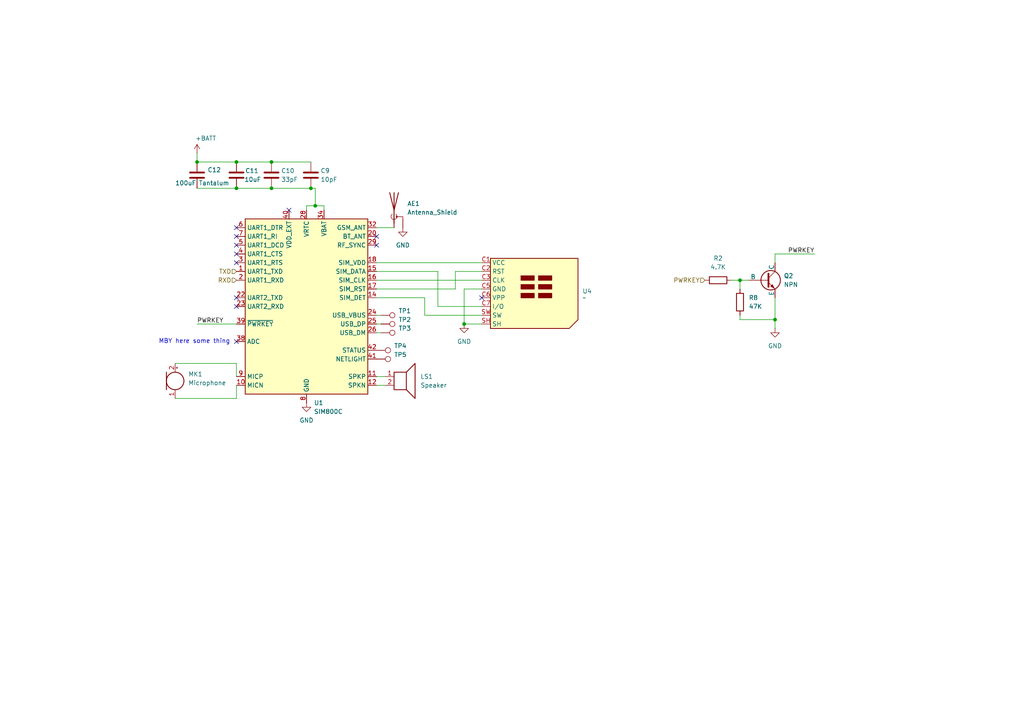
<source format=kicad_sch>
(kicad_sch (version 20250114) (generator "eeschema") (generator_version "9.0")
  (paper "A4")
  (lib_symbols
    (symbol "Components:SIM"
      (property "Reference" "U" (at 36.576 8.128 0))
      (symbol "SIM_0_1"
        (polyline (pts (xy -12.7 7.62) (xy -12.7 -12.7) (xy 10.16 -12.7) (xy 12.7 -10.16) (xy 12.7 7.62) (xy -12.7 7.62)) (stroke (width 0.254)) (fill (type background)))
        (rectangle (start -3.81 1.27) (end 0 2.54) (stroke (width 0.254)) (fill (type outline)))
        (rectangle (start -3.81 -1.27) (end 0 0) (stroke (width 0.254)) (fill (type outline)))
        (rectangle (start -3.81 -3.81) (end 0 -2.54) (stroke (width 0.254)) (fill (type outline)))
        (rectangle (start 1.27 1.27) (end 5.08 2.54) (stroke (width 0.254)) (fill (type outline)))
        (rectangle (start 1.27 -1.27) (end 5.08 0) (stroke (width 0.254)) (fill (type outline)))
        (rectangle (start 1.27 -2.54) (end 5.08 -3.81) (stroke (width 0.254)) (fill (type outline)))
      )
      (symbol "SIM_1_1"
        (pin power_in line (at -15.24 6.35 0) (length 2.54) (name "VCC") (number "C1"))
        (pin input line (at -15.24 3.81 0) (length 2.54) (name "RST") (number "C2"))
        (pin input line (at -15.24 1.27 0) (length 2.54) (name "CLK") (number "C3"))
        (pin power_in line (at -15.24 -1.27 0) (length 2.54) (name "GND") (number "C5"))
        (pin input line (at -15.24 -3.81 0) (length 2.54) (name "VPP") (number "C6"))
        (pin bidirectional line (at -15.24 -6.35 0) (length 2.54) (name "I/O") (number "C7"))
        (pin passive line (at -15.24 -8.89 0) (length 2.54) (name "SW") (number "SW"))
        (pin passive line (at -15.24 -11.43 0) (length 2.54) (name "SH") (number "SH"))
      )
    )
    (symbol "Connector:TestPoint" (pin_numbers (hide yes)) (pin_names (offset 0.762) (hide yes))
      (property "Reference" "TP" (at 0 6.858 0))
      (property "Value" "TestPoint" (at 0 5.08 0))
      (symbol "TestPoint_0_1"
        (circle (center 0 3.302) (radius 0.762))
      )
      (symbol "TestPoint_1_1"
        (pin passive line (at 0 0 90) (length 2.54) (name "1") (number "1"))
      )
    )
    (symbol "Device:Antenna_Shield" (pin_numbers (hide yes)) (pin_names (offset 1.016) (hide yes))
      (property "Reference" "AE" (at -1.905 4.445 0))
      (property "Value" "Antenna_Shield" (at -1.905 2.54 0))
      (symbol "Antenna_Shield_0_1"
        (arc (start 0 -2.667) (mid -0.8485 -2.1032) (end -0.508 -1.143))
        (polyline (pts (xy 0 5.08) (xy 0 -3.81)) (stroke (width 0.254)))
        (polyline (pts (xy 0 -2.54) (xy 0 0)))
        (arc (start 0.508 -1.143) (mid 0.8046 -2.0885) (end 0 -2.667))
        (polyline (pts (xy 0.762 -1.905) (xy 2.54 -1.905)))
        (circle (center 0.762 -1.905) (radius 0.1778) (fill (type outline)))
        (polyline (pts (xy 1.27 5.08) (xy 0 0) (xy -1.27 5.08)) (stroke (width 0.254)))
        (polyline (pts (xy 2.54 -2.54) (xy 2.54 -1.905)))
      )
      (symbol "Antenna_Shield_1_1"
        (pin input line (at 0 -5.08 90) (length 2.54) (name "A") (number "1"))
        (pin input line (at 2.54 -5.08 90) (length 2.54) (name "Shield") (number "2"))
      )
    )
    (symbol "Device:C" (pin_numbers (hide yes)) (pin_names (offset 0.254))
      (property "Reference" "C" (at 0.635 2.54 0))
      (property "Value" "C" (at 0.635 -2.54 0))
      (symbol "C_0_1"
        (polyline (pts (xy -2.032 0.762) (xy 2.032 0.762)) (stroke (width 0.508)))
        (polyline (pts (xy -2.032 -0.762) (xy 2.032 -0.762)) (stroke (width 0.508)))
      )
      (symbol "C_1_1"
        (pin passive line (at 0 3.81 270) (length 2.794) (name "~") (number "1"))
        (pin passive line (at 0 -3.81 90) (length 2.794) (name "~") (number "2"))
      )
    )
    (symbol "Device:Microphone" (pin_names (offset 0.0254) (hide yes))
      (property "Reference" "MK" (at -3.81 1.27 0))
      (property "Value" "Microphone" (at -3.81 -0.635 0))
      (symbol "Microphone_0_1"
        (polyline (pts (xy -2.54 2.54) (xy -2.54 -2.54)) (stroke (width 0.254)))
        (circle (center 0 0) (radius 2.54) (stroke (width 0.254)))
        (polyline (pts (xy 0.254 3.81) (xy 0.762 3.81)))
        (polyline (pts (xy 0.508 4.064) (xy 0.508 3.556)))
      )
      (symbol "Microphone_1_1"
        (pin passive line (at 0 5.08 270) (length 2.54) (name "+") (number "2"))
        (pin passive line (at 0 -5.08 90) (length 2.54) (name "-") (number "1"))
      )
    )
    (symbol "Device:R" (pin_numbers (hide yes)) (pin_names (offset 0))
      (property "Reference" "R" (at 2.032 0 90))
      (property "Value" "R" (at 0 0 90))
      (symbol "R_0_1"
        (rectangle (start -1.016 -2.54) (end 1.016 2.54) (stroke (width 0.254)))
      )
      (symbol "R_1_1"
        (pin passive line (at 0 3.81 270) (length 1.27) (name "~") (number "1"))
        (pin passive line (at 0 -3.81 90) (length 1.27) (name "~") (number "2"))
      )
    )
    (symbol "Device:Speaker" (pin_names (offset 0) (hide yes))
      (property "Reference" "LS" (at 1.27 5.715 0))
      (property "Value" "Speaker" (at 1.27 3.81 0))
      (symbol "Speaker_0_0"
        (rectangle (start -2.54 1.27) (end 1.016 -3.81) (stroke (width 0.254)))
        (polyline (pts (xy 1.016 1.27) (xy 3.556 3.81) (xy 3.556 -6.35) (xy 1.016 -3.81)) (stroke (width 0.254)))
      )
      (symbol "Speaker_1_1"
        (pin input line (at -5.08 0 0) (length 2.54) (name "1") (number "1"))
        (pin input line (at -5.08 -2.54 0) (length 2.54) (name "2") (number "2"))
      )
    )
    (symbol "RF_GSM:SIM800C"
      (property "Reference" "U" (at -15.24 26.67 0))
      (property "Value" "SIM800C" (at 12.7 26.67 0))
      (symbol "SIM800C_0_1"
        (rectangle (start -17.78 25.4) (end 17.78 -25.4) (stroke (width 0.254)) (fill (type background)))
      )
      (symbol "SIM800C_1_1"
        (pin input line (at -20.32 22.86 0) (length 2.54) (name "UART1_DTR") (number "6"))
        (pin output line (at -20.32 20.32 0) (length 2.54) (name "UART1_RI") (number "7"))
        (pin output line (at -20.32 17.78 0) (length 2.54) (name "UART1_DCD") (number "5"))
        (pin output line (at -20.32 15.24 0) (length 2.54) (name "UART1_CTS") (number "4"))
        (pin input line (at -20.32 12.7 0) (length 2.54) (name "UART1_RTS") (number "3"))
        (pin output line (at -20.32 10.16 0) (length 2.54) (name "UART1_TXD") (number "1"))
        (pin input line (at -20.32 7.62 0) (length 2.54) (name "UART1_RXD") (number "2"))
        (pin output line (at -20.32 2.54 0) (length 2.54) (name "UART2_TXD") (number "22"))
        (pin input line (at -20.32 0 0) (length 2.54) (name "UART2_RXD") (number "23"))
        (pin input line (at -20.32 -5.08 0) (length 2.54) (name "~{PWRKEY}") (number "39"))
        (pin input line (at -20.32 -10.16 0) (length 2.54) (name "ADC") (number "38"))
        (pin input line (at -20.32 -20.32 0) (length 2.54) (name "MICP") (number "9"))
        (pin input line (at -20.32 -22.86 0) (length 2.54) (name "MICN") (number "10"))
        (pin power_out line (at -5.08 27.94 270) (length 2.54) (name "VDD_EXT") (number "40"))
        (pin power_in line (at 0 27.94 270) (length 2.54) (name "VRTC") (number "28"))
        (pin passive line (at 0 -27.94 90) (length 2.54) (hide yes) (name "GND") (number "13"))
        (pin passive line (at 0 -27.94 90) (length 2.54) (hide yes) (name "GND") (number "19"))
        (pin passive line (at 0 -27.94 90) (length 2.54) (hide yes) (name "GND") (number "21"))
        (pin passive line (at 0 -27.94 90) (length 2.54) (hide yes) (name "GND") (number "27"))
        (pin passive line (at 0 -27.94 90) (length 2.54) (hide yes) (name "GND") (number "30"))
        (pin passive line (at 0 -27.94 90) (length 2.54) (hide yes) (name "GND") (number "31"))
        (pin passive line (at 0 -27.94 90) (length 2.54) (hide yes) (name "GND") (number "33"))
        (pin passive line (at 0 -27.94 90) (length 2.54) (hide yes) (name "GND") (number "36"))
        (pin passive line (at 0 -27.94 90) (length 2.54) (hide yes) (name "GND") (number "37"))
        (pin power_in line (at 0 -27.94 90) (length 2.54) (name "GND") (number "8"))
        (pin power_in line (at 5.08 27.94 270) (length 2.54) (name "VBAT") (number "34"))
        (pin passive line (at 5.08 27.94 270) (length 2.54) (hide yes) (name "VBAT") (number "35"))
        (pin passive line (at 20.32 22.86 180) (length 2.54) (name "GSM_ANT") (number "32"))
        (pin passive line (at 20.32 20.32 180) (length 2.54) (name "BT_ANT") (number "20"))
        (pin output line (at 20.32 17.78 180) (length 2.54) (name "RF_SYNC") (number "29"))
        (pin power_out line (at 20.32 12.7 180) (length 2.54) (name "SIM_VDD") (number "18"))
        (pin bidirectional line (at 20.32 10.16 180) (length 2.54) (name "SIM_DATA") (number "15"))
        (pin output line (at 20.32 7.62 180) (length 2.54) (name "SIM_CLK") (number "16"))
        (pin output line (at 20.32 5.08 180) (length 2.54) (name "SIM_RST") (number "17"))
        (pin input line (at 20.32 2.54 180) (length 2.54) (name "SIM_DET") (number "14"))
        (pin input line (at 20.32 -2.54 180) (length 2.54) (name "USB_VBUS") (number "24"))
        (pin bidirectional line (at 20.32 -5.08 180) (length 2.54) (name "USB_DP") (number "25"))
        (pin bidirectional line (at 20.32 -7.62 180) (length 2.54) (name "USB_DM") (number "26"))
        (pin output line (at 20.32 -12.7 180) (length 2.54) (name "STATUS") (number "42"))
        (pin output line (at 20.32 -15.24 180) (length 2.54) (name "NETLIGHT") (number "41"))
        (pin output line (at 20.32 -20.32 180) (length 2.54) (name "SPKP") (number "11"))
        (pin output line (at 20.32 -22.86 180) (length 2.54) (name "SPKN") (number "12"))
      )
    )
    (symbol "Simulation_SPICE:NPN" (pin_numbers (hide yes)) (pin_names (offset 0))
      (property "Reference" "Q" (at -2.54 7.62 0))
      (property "Value" "NPN" (at -2.54 5.08 0))
      (symbol "NPN_0_1"
        (polyline (pts (xy -2.54 0) (xy 0.635 0)) (stroke (width 0.1524)))
        (polyline (pts (xy 0.635 1.905) (xy 0.635 -1.905) (xy 0.635 -1.905)) (stroke (width 0.508)))
        (polyline (pts (xy 0.635 0.635) (xy 2.54 2.54)))
        (polyline (pts (xy 0.635 -0.635) (xy 2.54 -2.54) (xy 2.54 -2.54)))
        (circle (center 1.27 0) (radius 2.8194) (stroke (width 0.254)))
        (polyline (pts (xy 1.27 -1.778) (xy 1.778 -1.27) (xy 2.286 -2.286) (xy 1.27 -1.778) (xy 1.27 -1.778)) (fill (type outline)))
        (polyline (pts (xy 2.794 -1.27) (xy 2.794 -1.27)) (stroke (width 0.1524)))
        (polyline (pts (xy 2.794 -1.27) (xy 2.794 -1.27)) (stroke (width 0.1524)))
      )
      (symbol "NPN_1_1"
        (pin input line (at -5.08 0 0) (length 2.54) (name "B") (number "2"))
        (pin open_collector line (at 2.54 5.08 270) (length 2.54) (name "C") (number "1"))
        (pin open_emitter line (at 2.54 -5.08 90) (length 2.54) (name "E") (number "3"))
      )
    )
    (symbol "power:+BATT" (power) (pin_numbers (hide yes)) (pin_names (offset 0) (hide yes))
      (property "Value" "+BATT" (at 0 3.556 0))
      (symbol "+BATT_0_1"
        (polyline (pts (xy -0.762 1.27) (xy 0 2.54)))
        (polyline (pts (xy 0 2.54) (xy 0.762 1.27)))
        (polyline (pts (xy 0 0) (xy 0 2.54)))
      )
      (symbol "+BATT_1_1"
        (pin power_in line (at 0 0 90) (length 0) (name "~") (number "1"))
      )
    )
    (symbol "power:GND" (power) (pin_numbers (hide yes)) (pin_names (offset 0) (hide yes))
      (property "Value" "GND" (at 0 -3.81 0))
      (symbol "GND_0_1"
        (polyline (pts (xy 0 0) (xy 0 -1.27) (xy 1.27 -1.27) (xy 0 -2.54) (xy -1.27 -1.27) (xy 0 -1.27)))
      )
      (symbol "GND_1_1"
        (pin power_in line (at 0 0 270) (length 0) (name "~") (number "1"))
      )
    )
  )
  (text "MBY here some thing" (at 56.388 99.06 0) (effects (font (size 1.27 1.27))))
  (junction (at 78.74 54.61))
  (junction (at 68.58 54.61))
  (junction (at 90.17 54.61))
  (junction (at 214.63 81.28))
  (junction (at 134.62 93.98))
  (junction (at 57.15 46.99))
  (junction (at 68.58 46.99))
  (junction (at 91.44 59.69))
  (junction (at 224.79 92.71))
  (junction (at 78.74 46.99))
  (no_connect (at 83.82 60.96))
  (no_connect (at 68.58 73.66))
  (no_connect (at 139.7 86.36))
  (no_connect (at 109.22 68.58))
  (no_connect (at 68.58 76.2))
  (no_connect (at 68.58 68.58))
  (no_connect (at 68.58 66.04))
  (no_connect (at 68.58 88.9))
  (no_connect (at 109.22 71.12))
  (no_connect (at 68.58 71.12))
  (no_connect (at 68.58 86.36))
  (no_connect (at 68.58 99.06))
  (wire (pts (xy 224.79 73.66) (xy 236.22 73.66)))
  (wire (pts (xy 139.7 93.98) (xy 134.62 93.98)))
  (wire (pts (xy 57.15 54.61) (xy 68.58 54.61)))
  (wire (pts (xy 109.22 66.04) (xy 114.3 66.04)))
  (wire (pts (xy 50.8 105.41) (xy 68.58 105.41)))
  (wire (pts (xy 132.08 78.74) (xy 139.7 78.74)))
  (wire (pts (xy 214.63 83.82) (xy 214.63 81.28)))
  (wire (pts (xy 224.79 73.66) (xy 224.79 76.2)))
  (wire (pts (xy 57.15 46.99) (xy 68.58 46.99)))
  (wire (pts (xy 139.7 88.9) (xy 127 88.9)))
  (wire (pts (xy 214.63 81.28) (xy 217.17 81.28)))
  (wire (pts (xy 88.9 59.69) (xy 91.44 59.69)))
  (wire (pts (xy 78.74 46.99) (xy 90.17 46.99)))
  (wire (pts (xy 68.58 115.57) (xy 50.8 115.57)))
  (wire (pts (xy 212.09 81.28) (xy 214.63 81.28)))
  (wire (pts (xy 111.76 109.22) (xy 109.22 109.22)))
  (wire (pts (xy 109.22 81.28) (xy 139.7 81.28)))
  (wire (pts (xy 214.63 92.71) (xy 214.63 91.44)))
  (wire (pts (xy 110.49 91.44) (xy 109.22 91.44)))
  (wire (pts (xy 109.22 76.2) (xy 139.7 76.2)))
  (wire (pts (xy 68.58 54.61) (xy 78.74 54.61)))
  (wire (pts (xy 214.63 92.71) (xy 224.79 92.71)))
  (wire (pts (xy 139.7 91.44) (xy 123.19 91.44)))
  (wire (pts (xy 134.62 93.98) (xy 134.62 83.82)))
  (wire (pts (xy 78.74 54.61) (xy 90.17 54.61)))
  (wire (pts (xy 123.19 86.36) (xy 109.22 86.36)))
  (wire (pts (xy 109.22 83.82) (xy 132.08 83.82)))
  (wire (pts (xy 90.17 54.61) (xy 91.44 54.61)))
  (wire (pts (xy 111.76 111.76) (xy 109.22 111.76)))
  (wire (pts (xy 110.49 93.98) (xy 109.22 93.98)))
  (wire (pts (xy 127 78.74) (xy 109.22 78.74)))
  (wire (pts (xy 123.19 91.44) (xy 123.19 86.36)))
  (wire (pts (xy 132.08 83.82) (xy 132.08 78.74)))
  (wire (pts (xy 68.58 111.76) (xy 68.58 115.57)))
  (wire (pts (xy 224.79 86.36) (xy 224.79 92.71)))
  (wire (pts (xy 88.9 59.69) (xy 88.9 60.96)))
  (wire (pts (xy 68.58 105.41) (xy 68.58 109.22)))
  (wire (pts (xy 91.44 54.61) (xy 91.44 59.69)))
  (wire (pts (xy 93.98 59.69) (xy 93.98 60.96)))
  (wire (pts (xy 57.15 44.45) (xy 57.15 46.99)))
  (wire (pts (xy 224.79 95.25) (xy 224.79 92.71)))
  (wire (pts (xy 134.62 83.82) (xy 139.7 83.82)))
  (wire (pts (xy 127 88.9) (xy 127 78.74)))
  (wire (pts (xy 57.15 93.98) (xy 68.58 93.98)))
  (wire (pts (xy 110.49 96.52) (xy 109.22 96.52)))
  (wire (pts (xy 91.44 59.69) (xy 93.98 59.69)))
  (wire (pts (xy 68.58 46.99) (xy 78.74 46.99)))
  (label "PWRKEY" (at 236.22 73.66 180))
  (label "PWRKEY" (at 57.15 93.98 0))
  (hierarchical_label "TXD" (shape input) (at 68.58 78.74 180))
  (hierarchical_label "RXD" (shape input) (at 68.58 81.28 180))
  (hierarchical_label "PWRKEY" (shape input) (at 204.47 81.28 180))
  (symbol (lib_id "Connector:TestPoint") (at 110.49 93.98 270) (unit 1)
    (property "Reference" "TP2" (at 115.57 92.7099 90) (effects (justify left)))
    (property "Value" "TestPoint" (effects (hide yes)))
    (property "Description" "test point" (effects (hide yes)))
  )
  (symbol (lib_id "power:GND") (at 88.9 116.84 0) (unit 1)
    (property "Reference" "#PWR014" (effects (hide yes)))
    (property "Value" "GND" (at 88.9 121.92 0))
    (property "Description" "Power symbol creates a global label with name \"GND\" , ground" (effects (hide yes)))
  )
  (symbol (lib_id "Connector:TestPoint") (at 110.49 96.52 270) (unit 1)
    (property "Reference" "TP3" (at 115.57 95.2499 90) (effects (justify left)))
    (property "Value" "TestPoint" (effects (hide yes)))
    (property "Description" "test point" (effects (hide yes)))
  )
  (symbol (lib_id "Connector:TestPoint") (at 109.22 101.6 270) (unit 1)
    (property "Reference" "TP4" (at 114.3 100.3299 90) (effects (justify left)))
    (property "Value" "TestPoint" (effects (hide yes)))
    (property "Description" "test point" (effects (hide yes)))
  )
  (symbol (lib_id "Device:C") (at 57.15 50.8 0) (unit 1)
    (property "Reference" "C12" (at 60.198 49.276 0) (effects (justify left)))
    (property "Value" "100uF Tantalum" (at 50.8 53.086 0) (effects (justify left)))
    (property "Description" "Unpolarized capacitor" (effects (hide yes)))
  )
  (symbol (lib_id "Device:R") (at 214.63 87.63 180) (unit 1)
    (property "Reference" "R8" (at 217.17 86.3599 0) (effects (justify right)))
    (property "Value" "47K" (at 217.17 88.8999 0) (effects (justify right)))
    (property "Description" "Resistor" (effects (hide yes)))
  )
  (symbol (lib_id "Connector:TestPoint") (at 109.22 104.14 270) (unit 1)
    (property "Reference" "TP5" (at 114.3 102.8699 90) (effects (justify left)))
    (property "Value" "TestPoint" (effects (hide yes)))
    (property "Description" "test point" (effects (hide yes)))
  )
  (symbol (lib_id "power:GND") (at 224.79 95.25 0) (unit 1)
    (property "Reference" "#PWR015" (effects (hide yes)))
    (property "Value" "GND" (at 224.79 100.33 0))
    (property "Description" "Power symbol creates a global label with name \"GND\" , ground" (effects (hide yes)))
  )
  (symbol (lib_id "power:+BATT") (at 57.15 44.45 0) (unit 1)
    (property "Reference" "#PWR01" (effects (hide yes)))
    (property "Value" "+BATT" (at 59.69 40.132 0))
    (property "Description" "Power symbol creates a global label with name \"+BATT\"" (effects (hide yes)))
  )
  (symbol (lib_id "Components:SIM") (at 154.94 82.55 0) (unit 1)
    (property "Reference" "U4" (at 168.91 84.4549 0) (effects (justify left)))
    (property "Value" "~" (at 168.91 86.36 0) (effects (justify left)))
  )
  (symbol (lib_id "RF_GSM:SIM800C") (at 88.9 88.9 0) (unit 1)
    (property "Reference" "U1" (at 91.0433 116.84 0) (effects (justify left)))
    (property "Value" "SIM800C" (at 91.0433 119.38 0) (effects (justify left)))
    (property "Footprint" "RF_GSM:SIMCom_SIM800C" (effects (hide yes)))
    (property "Datasheet" "http://simcom.ee/documents/SIM800C/SIM800C_Hardware_Design_V1.05.pdf" (effects (hide yes)))
    (property "Description" "GSM Quad-Band Communication Module, GPRS, Audio Engine, AT Command Set, Bluetooth is Optional" (effects (hide yes)))
  )
  (symbol (lib_id "power:GND") (at 116.84 66.04 0) (unit 1)
    (property "Reference" "#PWR017" (effects (hide yes)))
    (property "Value" "GND" (at 116.84 71.12 0))
    (property "Description" "Power symbol creates a global label with name \"GND\" , ground" (effects (hide yes)))
  )
  (symbol (lib_id "Device:C") (at 90.17 50.8 0) (unit 1)
    (property "Reference" "C9" (at 92.964 49.53 0) (effects (justify left)))
    (property "Value" "10pF" (at 92.964 52.07 0) (effects (justify left)))
    (property "Description" "Unpolarized capacitor" (effects (hide yes)))
  )
  (symbol (lib_id "Device:C") (at 68.58 50.8 0) (unit 1)
    (property "Reference" "C11" (at 71.12 49.53 0) (effects (justify left)))
    (property "Value" "10uF" (at 70.866 52.07 0) (effects (justify left)))
    (property "Description" "Unpolarized capacitor" (effects (hide yes)))
  )
  (symbol (lib_id "Device:R") (at 208.28 81.28 90) (unit 1)
    (property "Reference" "R2" (at 208.28 74.93 90))
    (property "Value" "4.7K" (at 208.28 77.47 90))
    (property "Description" "Resistor" (effects (hide yes)))
  )
  (symbol (lib_id "Device:C") (at 78.74 50.8 0) (unit 1)
    (property "Reference" "C10" (at 81.534 49.53 0) (effects (justify left)))
    (property "Value" "33pF" (at 81.534 52.07 0) (effects (justify left)))
    (property "Description" "Unpolarized capacitor" (effects (hide yes)))
  )
  (symbol (lib_id "Simulation_SPICE:NPN") (at 222.25 81.28 0) (unit 1)
    (property "Reference" "Q2" (at 227.33 80.0099 0) (effects (justify left)))
    (property "Value" "NPN" (at 227.33 82.5499 0) (effects (justify left)))
    (property "Datasheet" "https://ngspice.sourceforge.io/docs/ngspice-html-manual/manual.xhtml#cha_BJTs" (effects (hide yes)))
    (property "Description" "Bipolar transistor symbol for simulation only, substrate tied to the emitter" (effects (hide yes)))
    (property "Sim.Device" "NPN" (effects (hide yes)))
    (property "Sim.Type" "GUMMELPOON" (effects (hide yes)))
    (property "Sim.Pins" "1=C 2=B 3=E" (effects (hide yes)))
  )
  (symbol (lib_id "Device:Antenna_Shield") (at 114.3 60.96 0) (unit 1)
    (property "Reference" "AE1" (at 118.11 59.0549 0) (effects (justify left)))
    (property "Value" "Antenna_Shield" (at 118.11 61.5949 0) (effects (justify left)))
    (property "Description" "Antenna with extra pin for shielding" (effects (hide yes)))
  )
  (symbol (lib_id "power:GND") (at 134.62 93.98 0) (unit 1)
    (property "Reference" "#PWR016" (effects (hide yes)))
    (property "Value" "GND" (at 134.62 99.06 0))
    (property "Description" "Power symbol creates a global label with name \"GND\" , ground" (effects (hide yes)))
  )
  (symbol (lib_id "Device:Microphone") (at 50.8 110.49 0) (unit 1)
    (property "Reference" "MK1" (at 54.61 108.5214 0) (effects (justify left)))
    (property "Value" "Microphone" (at 54.61 111.0614 0) (effects (justify left)))
    (property "Description" "Microphone" (effects (hide yes)))
  )
  (symbol (lib_id "Device:Speaker") (at 116.84 109.22 0) (unit 1)
    (property "Reference" "LS1" (at 121.92 109.2199 0) (effects (justify left)))
    (property "Value" "Speaker" (at 121.92 111.7599 0) (effects (justify left)))
    (property "Description" "Speaker" (effects (hide yes)))
  )
  (symbol (lib_id "Connector:TestPoint") (at 110.49 91.44 270) (unit 1)
    (property "Reference" "TP1" (at 115.57 90.1699 90) (effects (justify left)))
    (property "Value" "TestPoint" (effects (hide yes)))
    (property "Description" "test point" (effects (hide yes)))
  )
)
</source>
